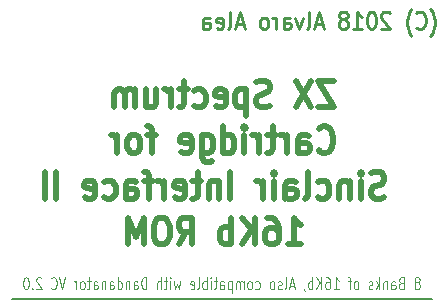
<source format=gbr>
G04 #@! TF.GenerationSoftware,KiCad,Pcbnew,5.0.0-rc2-be01b52~65~ubuntu18.04.1*
G04 #@! TF.CreationDate,2018-06-11T23:06:02+04:00*
G04 #@! TF.ProjectId,interface2_cartridge,696E74657266616365325F6361727472,rev?*
G04 #@! TF.SameCoordinates,Original*
G04 #@! TF.FileFunction,Legend,Bot*
G04 #@! TF.FilePolarity,Positive*
%FSLAX46Y46*%
G04 Gerber Fmt 4.6, Leading zero omitted, Abs format (unit mm)*
G04 Created by KiCad (PCBNEW 5.0.0-rc2-be01b52~65~ubuntu18.04.1) date Mon Jun 11 23:06:02 2018*
%MOMM*%
%LPD*%
G01*
G04 APERTURE LIST*
%ADD10C,0.100000*%
%ADD11C,0.250000*%
%ADD12C,0.150000*%
%ADD13C,0.500000*%
G04 APERTURE END LIST*
D10*
X148705000Y-73540952D02*
X148776428Y-73493333D01*
X148812142Y-73445714D01*
X148847857Y-73350476D01*
X148847857Y-73302857D01*
X148812142Y-73207619D01*
X148776428Y-73160000D01*
X148705000Y-73112380D01*
X148562142Y-73112380D01*
X148490714Y-73160000D01*
X148455000Y-73207619D01*
X148419285Y-73302857D01*
X148419285Y-73350476D01*
X148455000Y-73445714D01*
X148490714Y-73493333D01*
X148562142Y-73540952D01*
X148705000Y-73540952D01*
X148776428Y-73588571D01*
X148812142Y-73636190D01*
X148847857Y-73731428D01*
X148847857Y-73921904D01*
X148812142Y-74017142D01*
X148776428Y-74064761D01*
X148705000Y-74112380D01*
X148562142Y-74112380D01*
X148490714Y-74064761D01*
X148455000Y-74017142D01*
X148419285Y-73921904D01*
X148419285Y-73731428D01*
X148455000Y-73636190D01*
X148490714Y-73588571D01*
X148562142Y-73540952D01*
X147276428Y-73588571D02*
X147169285Y-73636190D01*
X147133571Y-73683809D01*
X147097857Y-73779047D01*
X147097857Y-73921904D01*
X147133571Y-74017142D01*
X147169285Y-74064761D01*
X147240714Y-74112380D01*
X147526428Y-74112380D01*
X147526428Y-73112380D01*
X147276428Y-73112380D01*
X147205000Y-73160000D01*
X147169285Y-73207619D01*
X147133571Y-73302857D01*
X147133571Y-73398095D01*
X147169285Y-73493333D01*
X147205000Y-73540952D01*
X147276428Y-73588571D01*
X147526428Y-73588571D01*
X146455000Y-74112380D02*
X146455000Y-73588571D01*
X146490714Y-73493333D01*
X146562142Y-73445714D01*
X146705000Y-73445714D01*
X146776428Y-73493333D01*
X146455000Y-74064761D02*
X146526428Y-74112380D01*
X146705000Y-74112380D01*
X146776428Y-74064761D01*
X146812142Y-73969523D01*
X146812142Y-73874285D01*
X146776428Y-73779047D01*
X146705000Y-73731428D01*
X146526428Y-73731428D01*
X146455000Y-73683809D01*
X146097857Y-73445714D02*
X146097857Y-74112380D01*
X146097857Y-73540952D02*
X146062142Y-73493333D01*
X145990714Y-73445714D01*
X145883571Y-73445714D01*
X145812142Y-73493333D01*
X145776428Y-73588571D01*
X145776428Y-74112380D01*
X145419285Y-74112380D02*
X145419285Y-73112380D01*
X145347857Y-73731428D02*
X145133571Y-74112380D01*
X145133571Y-73445714D02*
X145419285Y-73826666D01*
X144847857Y-74064761D02*
X144776428Y-74112380D01*
X144633571Y-74112380D01*
X144562142Y-74064761D01*
X144526428Y-73969523D01*
X144526428Y-73921904D01*
X144562142Y-73826666D01*
X144633571Y-73779047D01*
X144740714Y-73779047D01*
X144812142Y-73731428D01*
X144847857Y-73636190D01*
X144847857Y-73588571D01*
X144812142Y-73493333D01*
X144740714Y-73445714D01*
X144633571Y-73445714D01*
X144562142Y-73493333D01*
X143526428Y-74112380D02*
X143597857Y-74064761D01*
X143633571Y-74017142D01*
X143669285Y-73921904D01*
X143669285Y-73636190D01*
X143633571Y-73540952D01*
X143597857Y-73493333D01*
X143526428Y-73445714D01*
X143419285Y-73445714D01*
X143347857Y-73493333D01*
X143312142Y-73540952D01*
X143276428Y-73636190D01*
X143276428Y-73921904D01*
X143312142Y-74017142D01*
X143347857Y-74064761D01*
X143419285Y-74112380D01*
X143526428Y-74112380D01*
X143062142Y-73445714D02*
X142776428Y-73445714D01*
X142955000Y-74112380D02*
X142955000Y-73255238D01*
X142919285Y-73160000D01*
X142847857Y-73112380D01*
X142776428Y-73112380D01*
X141562142Y-74112380D02*
X141990714Y-74112380D01*
X141776428Y-74112380D02*
X141776428Y-73112380D01*
X141847857Y-73255238D01*
X141919285Y-73350476D01*
X141990714Y-73398095D01*
X140919285Y-73112380D02*
X141062142Y-73112380D01*
X141133571Y-73160000D01*
X141169285Y-73207619D01*
X141240714Y-73350476D01*
X141276428Y-73540952D01*
X141276428Y-73921904D01*
X141240714Y-74017142D01*
X141205000Y-74064761D01*
X141133571Y-74112380D01*
X140990714Y-74112380D01*
X140919285Y-74064761D01*
X140883571Y-74017142D01*
X140847857Y-73921904D01*
X140847857Y-73683809D01*
X140883571Y-73588571D01*
X140919285Y-73540952D01*
X140990714Y-73493333D01*
X141133571Y-73493333D01*
X141205000Y-73540952D01*
X141240714Y-73588571D01*
X141276428Y-73683809D01*
X140526428Y-74112380D02*
X140526428Y-73112380D01*
X140097857Y-74112380D02*
X140419285Y-73540952D01*
X140097857Y-73112380D02*
X140526428Y-73683809D01*
X139776428Y-74112380D02*
X139776428Y-73112380D01*
X139776428Y-73493333D02*
X139705000Y-73445714D01*
X139562142Y-73445714D01*
X139490714Y-73493333D01*
X139455000Y-73540952D01*
X139419285Y-73636190D01*
X139419285Y-73921904D01*
X139455000Y-74017142D01*
X139490714Y-74064761D01*
X139562142Y-74112380D01*
X139705000Y-74112380D01*
X139776428Y-74064761D01*
X139062142Y-74064761D02*
X139062142Y-74112380D01*
X139097857Y-74207619D01*
X139133571Y-74255238D01*
X138205000Y-73826666D02*
X137847857Y-73826666D01*
X138276428Y-74112380D02*
X138026428Y-73112380D01*
X137776428Y-74112380D01*
X137419285Y-74112380D02*
X137490714Y-74064761D01*
X137526428Y-73969523D01*
X137526428Y-73112380D01*
X137169285Y-74064761D02*
X137097857Y-74112380D01*
X136955000Y-74112380D01*
X136883571Y-74064761D01*
X136847857Y-73969523D01*
X136847857Y-73921904D01*
X136883571Y-73826666D01*
X136955000Y-73779047D01*
X137062142Y-73779047D01*
X137133571Y-73731428D01*
X137169285Y-73636190D01*
X137169285Y-73588571D01*
X137133571Y-73493333D01*
X137062142Y-73445714D01*
X136955000Y-73445714D01*
X136883571Y-73493333D01*
X136419285Y-74112380D02*
X136490714Y-74064761D01*
X136526428Y-74017142D01*
X136562142Y-73921904D01*
X136562142Y-73636190D01*
X136526428Y-73540952D01*
X136490714Y-73493333D01*
X136419285Y-73445714D01*
X136312142Y-73445714D01*
X136240714Y-73493333D01*
X136205000Y-73540952D01*
X136169285Y-73636190D01*
X136169285Y-73921904D01*
X136205000Y-74017142D01*
X136240714Y-74064761D01*
X136312142Y-74112380D01*
X136419285Y-74112380D01*
X134955000Y-74064761D02*
X135026428Y-74112380D01*
X135169285Y-74112380D01*
X135240714Y-74064761D01*
X135276428Y-74017142D01*
X135312142Y-73921904D01*
X135312142Y-73636190D01*
X135276428Y-73540952D01*
X135240714Y-73493333D01*
X135169285Y-73445714D01*
X135026428Y-73445714D01*
X134955000Y-73493333D01*
X134526428Y-74112380D02*
X134597857Y-74064761D01*
X134633571Y-74017142D01*
X134669285Y-73921904D01*
X134669285Y-73636190D01*
X134633571Y-73540952D01*
X134597857Y-73493333D01*
X134526428Y-73445714D01*
X134419285Y-73445714D01*
X134347857Y-73493333D01*
X134312142Y-73540952D01*
X134276428Y-73636190D01*
X134276428Y-73921904D01*
X134312142Y-74017142D01*
X134347857Y-74064761D01*
X134419285Y-74112380D01*
X134526428Y-74112380D01*
X133955000Y-74112380D02*
X133955000Y-73445714D01*
X133955000Y-73540952D02*
X133919285Y-73493333D01*
X133847857Y-73445714D01*
X133740714Y-73445714D01*
X133669285Y-73493333D01*
X133633571Y-73588571D01*
X133633571Y-74112380D01*
X133633571Y-73588571D02*
X133597857Y-73493333D01*
X133526428Y-73445714D01*
X133419285Y-73445714D01*
X133347857Y-73493333D01*
X133312142Y-73588571D01*
X133312142Y-74112380D01*
X132955000Y-73445714D02*
X132955000Y-74445714D01*
X132955000Y-73493333D02*
X132883571Y-73445714D01*
X132740714Y-73445714D01*
X132669285Y-73493333D01*
X132633571Y-73540952D01*
X132597857Y-73636190D01*
X132597857Y-73921904D01*
X132633571Y-74017142D01*
X132669285Y-74064761D01*
X132740714Y-74112380D01*
X132883571Y-74112380D01*
X132955000Y-74064761D01*
X131955000Y-74112380D02*
X131955000Y-73588571D01*
X131990714Y-73493333D01*
X132062142Y-73445714D01*
X132205000Y-73445714D01*
X132276428Y-73493333D01*
X131955000Y-74064761D02*
X132026428Y-74112380D01*
X132205000Y-74112380D01*
X132276428Y-74064761D01*
X132312142Y-73969523D01*
X132312142Y-73874285D01*
X132276428Y-73779047D01*
X132205000Y-73731428D01*
X132026428Y-73731428D01*
X131955000Y-73683809D01*
X131705000Y-73445714D02*
X131419285Y-73445714D01*
X131597857Y-73112380D02*
X131597857Y-73969523D01*
X131562142Y-74064761D01*
X131490714Y-74112380D01*
X131419285Y-74112380D01*
X131169285Y-74112380D02*
X131169285Y-73445714D01*
X131169285Y-73112380D02*
X131204999Y-73160000D01*
X131169285Y-73207619D01*
X131133571Y-73160000D01*
X131169285Y-73112380D01*
X131169285Y-73207619D01*
X130812142Y-74112380D02*
X130812142Y-73112380D01*
X130812142Y-73493333D02*
X130740714Y-73445714D01*
X130597857Y-73445714D01*
X130526428Y-73493333D01*
X130490714Y-73540952D01*
X130455000Y-73636190D01*
X130455000Y-73921904D01*
X130490714Y-74017142D01*
X130526428Y-74064761D01*
X130597857Y-74112380D01*
X130740714Y-74112380D01*
X130812142Y-74064761D01*
X130026428Y-74112380D02*
X130097857Y-74064761D01*
X130133571Y-73969523D01*
X130133571Y-73112380D01*
X129454999Y-74064761D02*
X129526428Y-74112380D01*
X129669285Y-74112380D01*
X129740714Y-74064761D01*
X129776428Y-73969523D01*
X129776428Y-73588571D01*
X129740714Y-73493333D01*
X129669285Y-73445714D01*
X129526428Y-73445714D01*
X129454999Y-73493333D01*
X129419285Y-73588571D01*
X129419285Y-73683809D01*
X129776428Y-73779047D01*
X128597857Y-73445714D02*
X128454999Y-74112380D01*
X128312142Y-73636190D01*
X128169285Y-74112380D01*
X128026428Y-73445714D01*
X127740714Y-74112380D02*
X127740714Y-73445714D01*
X127740714Y-73112380D02*
X127776428Y-73160000D01*
X127740714Y-73207619D01*
X127704999Y-73160000D01*
X127740714Y-73112380D01*
X127740714Y-73207619D01*
X127490714Y-73445714D02*
X127205000Y-73445714D01*
X127383571Y-73112380D02*
X127383571Y-73969523D01*
X127347857Y-74064761D01*
X127276428Y-74112380D01*
X127205000Y-74112380D01*
X126954999Y-74112380D02*
X126954999Y-73112380D01*
X126633571Y-74112380D02*
X126633571Y-73588571D01*
X126669285Y-73493333D01*
X126740714Y-73445714D01*
X126847857Y-73445714D01*
X126919285Y-73493333D01*
X126954999Y-73540952D01*
X125704999Y-74112380D02*
X125704999Y-73112380D01*
X125526428Y-73112380D01*
X125419285Y-73160000D01*
X125347857Y-73255238D01*
X125312142Y-73350476D01*
X125276428Y-73540952D01*
X125276428Y-73683809D01*
X125312142Y-73874285D01*
X125347857Y-73969523D01*
X125419285Y-74064761D01*
X125526428Y-74112380D01*
X125704999Y-74112380D01*
X124633571Y-74112380D02*
X124633571Y-73588571D01*
X124669285Y-73493333D01*
X124740714Y-73445714D01*
X124883571Y-73445714D01*
X124954999Y-73493333D01*
X124633571Y-74064761D02*
X124704999Y-74112380D01*
X124883571Y-74112380D01*
X124954999Y-74064761D01*
X124990714Y-73969523D01*
X124990714Y-73874285D01*
X124954999Y-73779047D01*
X124883571Y-73731428D01*
X124704999Y-73731428D01*
X124633571Y-73683809D01*
X124276428Y-73445714D02*
X124276428Y-74112380D01*
X124276428Y-73540952D02*
X124240714Y-73493333D01*
X124169285Y-73445714D01*
X124062142Y-73445714D01*
X123990714Y-73493333D01*
X123954999Y-73588571D01*
X123954999Y-74112380D01*
X123276428Y-74112380D02*
X123276428Y-73112380D01*
X123276428Y-74064761D02*
X123347857Y-74112380D01*
X123490714Y-74112380D01*
X123562142Y-74064761D01*
X123597857Y-74017142D01*
X123633571Y-73921904D01*
X123633571Y-73636190D01*
X123597857Y-73540952D01*
X123562142Y-73493333D01*
X123490714Y-73445714D01*
X123347857Y-73445714D01*
X123276428Y-73493333D01*
X122597857Y-74112380D02*
X122597857Y-73588571D01*
X122633571Y-73493333D01*
X122704999Y-73445714D01*
X122847857Y-73445714D01*
X122919285Y-73493333D01*
X122597857Y-74064761D02*
X122669285Y-74112380D01*
X122847857Y-74112380D01*
X122919285Y-74064761D01*
X122954999Y-73969523D01*
X122954999Y-73874285D01*
X122919285Y-73779047D01*
X122847857Y-73731428D01*
X122669285Y-73731428D01*
X122597857Y-73683809D01*
X122240714Y-73445714D02*
X122240714Y-74112380D01*
X122240714Y-73540952D02*
X122204999Y-73493333D01*
X122133571Y-73445714D01*
X122026428Y-73445714D01*
X121954999Y-73493333D01*
X121919285Y-73588571D01*
X121919285Y-74112380D01*
X121240714Y-74112380D02*
X121240714Y-73588571D01*
X121276428Y-73493333D01*
X121347857Y-73445714D01*
X121490714Y-73445714D01*
X121562142Y-73493333D01*
X121240714Y-74064761D02*
X121312142Y-74112380D01*
X121490714Y-74112380D01*
X121562142Y-74064761D01*
X121597857Y-73969523D01*
X121597857Y-73874285D01*
X121562142Y-73779047D01*
X121490714Y-73731428D01*
X121312142Y-73731428D01*
X121240714Y-73683809D01*
X120990714Y-73445714D02*
X120704999Y-73445714D01*
X120883571Y-73112380D02*
X120883571Y-73969523D01*
X120847857Y-74064761D01*
X120776428Y-74112380D01*
X120704999Y-74112380D01*
X120347857Y-74112380D02*
X120419285Y-74064761D01*
X120455000Y-74017142D01*
X120490714Y-73921904D01*
X120490714Y-73636190D01*
X120455000Y-73540952D01*
X120419285Y-73493333D01*
X120347857Y-73445714D01*
X120240714Y-73445714D01*
X120169285Y-73493333D01*
X120133571Y-73540952D01*
X120097857Y-73636190D01*
X120097857Y-73921904D01*
X120133571Y-74017142D01*
X120169285Y-74064761D01*
X120240714Y-74112380D01*
X120347857Y-74112380D01*
X119776428Y-74112380D02*
X119776428Y-73445714D01*
X119776428Y-73636190D02*
X119740714Y-73540952D01*
X119705000Y-73493333D01*
X119633571Y-73445714D01*
X119562142Y-73445714D01*
X118847857Y-73112380D02*
X118597857Y-74112380D01*
X118347857Y-73112380D01*
X117669285Y-74017142D02*
X117705000Y-74064761D01*
X117812142Y-74112380D01*
X117883571Y-74112380D01*
X117990714Y-74064761D01*
X118062142Y-73969523D01*
X118097857Y-73874285D01*
X118133571Y-73683809D01*
X118133571Y-73540952D01*
X118097857Y-73350476D01*
X118062142Y-73255238D01*
X117990714Y-73160000D01*
X117883571Y-73112380D01*
X117812142Y-73112380D01*
X117705000Y-73160000D01*
X117669285Y-73207619D01*
X116812142Y-73207619D02*
X116776428Y-73160000D01*
X116705000Y-73112380D01*
X116526428Y-73112380D01*
X116455000Y-73160000D01*
X116419285Y-73207619D01*
X116383571Y-73302857D01*
X116383571Y-73398095D01*
X116419285Y-73540952D01*
X116847857Y-74112380D01*
X116383571Y-74112380D01*
X116062142Y-74017142D02*
X116026428Y-74064761D01*
X116062142Y-74112380D01*
X116097857Y-74064761D01*
X116062142Y-74017142D01*
X116062142Y-74112380D01*
X115562142Y-73112380D02*
X115490714Y-73112380D01*
X115419285Y-73160000D01*
X115383571Y-73207619D01*
X115347857Y-73302857D01*
X115312142Y-73493333D01*
X115312142Y-73731428D01*
X115347857Y-73921904D01*
X115383571Y-74017142D01*
X115419285Y-74064761D01*
X115490714Y-74112380D01*
X115562142Y-74112380D01*
X115633571Y-74064761D01*
X115669285Y-74017142D01*
X115705000Y-73921904D01*
X115740714Y-73731428D01*
X115740714Y-73493333D01*
X115705000Y-73302857D01*
X115669285Y-73207619D01*
X115633571Y-73160000D01*
X115562142Y-73112380D01*
D11*
X149769523Y-52685000D02*
X149829047Y-52613571D01*
X149948095Y-52399285D01*
X150007619Y-52256428D01*
X150067142Y-52042142D01*
X150126666Y-51685000D01*
X150126666Y-51399285D01*
X150067142Y-51042142D01*
X150007619Y-50827857D01*
X149948095Y-50685000D01*
X149829047Y-50470714D01*
X149769523Y-50399285D01*
X148579047Y-51970714D02*
X148638571Y-52042142D01*
X148817142Y-52113571D01*
X148936190Y-52113571D01*
X149114761Y-52042142D01*
X149233809Y-51899285D01*
X149293333Y-51756428D01*
X149352857Y-51470714D01*
X149352857Y-51256428D01*
X149293333Y-50970714D01*
X149233809Y-50827857D01*
X149114761Y-50685000D01*
X148936190Y-50613571D01*
X148817142Y-50613571D01*
X148638571Y-50685000D01*
X148579047Y-50756428D01*
X148162380Y-52685000D02*
X148102857Y-52613571D01*
X147983809Y-52399285D01*
X147924285Y-52256428D01*
X147864761Y-52042142D01*
X147805238Y-51685000D01*
X147805238Y-51399285D01*
X147864761Y-51042142D01*
X147924285Y-50827857D01*
X147983809Y-50685000D01*
X148102857Y-50470714D01*
X148162380Y-50399285D01*
X146317142Y-50756428D02*
X146257619Y-50685000D01*
X146138571Y-50613571D01*
X145840952Y-50613571D01*
X145721904Y-50685000D01*
X145662380Y-50756428D01*
X145602857Y-50899285D01*
X145602857Y-51042142D01*
X145662380Y-51256428D01*
X146376666Y-52113571D01*
X145602857Y-52113571D01*
X144829047Y-50613571D02*
X144710000Y-50613571D01*
X144590952Y-50685000D01*
X144531428Y-50756428D01*
X144471904Y-50899285D01*
X144412380Y-51185000D01*
X144412380Y-51542142D01*
X144471904Y-51827857D01*
X144531428Y-51970714D01*
X144590952Y-52042142D01*
X144710000Y-52113571D01*
X144829047Y-52113571D01*
X144948095Y-52042142D01*
X145007619Y-51970714D01*
X145067142Y-51827857D01*
X145126666Y-51542142D01*
X145126666Y-51185000D01*
X145067142Y-50899285D01*
X145007619Y-50756428D01*
X144948095Y-50685000D01*
X144829047Y-50613571D01*
X143221904Y-52113571D02*
X143936190Y-52113571D01*
X143579047Y-52113571D02*
X143579047Y-50613571D01*
X143698095Y-50827857D01*
X143817142Y-50970714D01*
X143936190Y-51042142D01*
X142507619Y-51256428D02*
X142626666Y-51185000D01*
X142686190Y-51113571D01*
X142745714Y-50970714D01*
X142745714Y-50899285D01*
X142686190Y-50756428D01*
X142626666Y-50685000D01*
X142507619Y-50613571D01*
X142269523Y-50613571D01*
X142150476Y-50685000D01*
X142090952Y-50756428D01*
X142031428Y-50899285D01*
X142031428Y-50970714D01*
X142090952Y-51113571D01*
X142150476Y-51185000D01*
X142269523Y-51256428D01*
X142507619Y-51256428D01*
X142626666Y-51327857D01*
X142686190Y-51399285D01*
X142745714Y-51542142D01*
X142745714Y-51827857D01*
X142686190Y-51970714D01*
X142626666Y-52042142D01*
X142507619Y-52113571D01*
X142269523Y-52113571D01*
X142150476Y-52042142D01*
X142090952Y-51970714D01*
X142031428Y-51827857D01*
X142031428Y-51542142D01*
X142090952Y-51399285D01*
X142150476Y-51327857D01*
X142269523Y-51256428D01*
X140602857Y-51685000D02*
X140007619Y-51685000D01*
X140721904Y-52113571D02*
X140305238Y-50613571D01*
X139888571Y-52113571D01*
X139293333Y-52113571D02*
X139412380Y-52042142D01*
X139471904Y-51899285D01*
X139471904Y-50613571D01*
X138936190Y-51113571D02*
X138638571Y-52113571D01*
X138340952Y-51113571D01*
X137329047Y-52113571D02*
X137329047Y-51327857D01*
X137388571Y-51185000D01*
X137507619Y-51113571D01*
X137745714Y-51113571D01*
X137864761Y-51185000D01*
X137329047Y-52042142D02*
X137448095Y-52113571D01*
X137745714Y-52113571D01*
X137864761Y-52042142D01*
X137924285Y-51899285D01*
X137924285Y-51756428D01*
X137864761Y-51613571D01*
X137745714Y-51542142D01*
X137448095Y-51542142D01*
X137329047Y-51470714D01*
X136733809Y-52113571D02*
X136733809Y-51113571D01*
X136733809Y-51399285D02*
X136674285Y-51256428D01*
X136614761Y-51185000D01*
X136495714Y-51113571D01*
X136376666Y-51113571D01*
X135781428Y-52113571D02*
X135900476Y-52042142D01*
X135960000Y-51970714D01*
X136019523Y-51827857D01*
X136019523Y-51399285D01*
X135960000Y-51256428D01*
X135900476Y-51185000D01*
X135781428Y-51113571D01*
X135602857Y-51113571D01*
X135483809Y-51185000D01*
X135424285Y-51256428D01*
X135364761Y-51399285D01*
X135364761Y-51827857D01*
X135424285Y-51970714D01*
X135483809Y-52042142D01*
X135602857Y-52113571D01*
X135781428Y-52113571D01*
X133936190Y-51685000D02*
X133340952Y-51685000D01*
X134055238Y-52113571D02*
X133638571Y-50613571D01*
X133221904Y-52113571D01*
X132626666Y-52113571D02*
X132745714Y-52042142D01*
X132805238Y-51899285D01*
X132805238Y-50613571D01*
X131674285Y-52042142D02*
X131793333Y-52113571D01*
X132031428Y-52113571D01*
X132150476Y-52042142D01*
X132210000Y-51899285D01*
X132210000Y-51327857D01*
X132150476Y-51185000D01*
X132031428Y-51113571D01*
X131793333Y-51113571D01*
X131674285Y-51185000D01*
X131614761Y-51327857D01*
X131614761Y-51470714D01*
X132210000Y-51613571D01*
X130543333Y-52113571D02*
X130543333Y-51327857D01*
X130602857Y-51185000D01*
X130721904Y-51113571D01*
X130960000Y-51113571D01*
X131079047Y-51185000D01*
X130543333Y-52042142D02*
X130662380Y-52113571D01*
X130960000Y-52113571D01*
X131079047Y-52042142D01*
X131138571Y-51899285D01*
X131138571Y-51756428D01*
X131079047Y-51613571D01*
X130960000Y-51542142D01*
X130662380Y-51542142D01*
X130543333Y-51470714D01*
D12*
X114300000Y-74930000D02*
X149860000Y-74930000D01*
D13*
X141587857Y-56455357D02*
X140254523Y-56455357D01*
X141587857Y-58705357D01*
X140254523Y-58705357D01*
X139683095Y-56455357D02*
X138349761Y-58705357D01*
X138349761Y-56455357D02*
X139683095Y-58705357D01*
X136159285Y-58598214D02*
X135873571Y-58705357D01*
X135397380Y-58705357D01*
X135206904Y-58598214D01*
X135111666Y-58491071D01*
X135016428Y-58276785D01*
X135016428Y-58062500D01*
X135111666Y-57848214D01*
X135206904Y-57741071D01*
X135397380Y-57633928D01*
X135778333Y-57526785D01*
X135968809Y-57419642D01*
X136064047Y-57312500D01*
X136159285Y-57098214D01*
X136159285Y-56883928D01*
X136064047Y-56669642D01*
X135968809Y-56562500D01*
X135778333Y-56455357D01*
X135302142Y-56455357D01*
X135016428Y-56562500D01*
X134159285Y-57205357D02*
X134159285Y-59455357D01*
X134159285Y-57312500D02*
X133968809Y-57205357D01*
X133587857Y-57205357D01*
X133397380Y-57312500D01*
X133302142Y-57419642D01*
X133206904Y-57633928D01*
X133206904Y-58276785D01*
X133302142Y-58491071D01*
X133397380Y-58598214D01*
X133587857Y-58705357D01*
X133968809Y-58705357D01*
X134159285Y-58598214D01*
X131587857Y-58598214D02*
X131778333Y-58705357D01*
X132159285Y-58705357D01*
X132349761Y-58598214D01*
X132445000Y-58383928D01*
X132445000Y-57526785D01*
X132349761Y-57312500D01*
X132159285Y-57205357D01*
X131778333Y-57205357D01*
X131587857Y-57312500D01*
X131492619Y-57526785D01*
X131492619Y-57741071D01*
X132445000Y-57955357D01*
X129778333Y-58598214D02*
X129968809Y-58705357D01*
X130349761Y-58705357D01*
X130540238Y-58598214D01*
X130635476Y-58491071D01*
X130730714Y-58276785D01*
X130730714Y-57633928D01*
X130635476Y-57419642D01*
X130540238Y-57312500D01*
X130349761Y-57205357D01*
X129968809Y-57205357D01*
X129778333Y-57312500D01*
X129206904Y-57205357D02*
X128445000Y-57205357D01*
X128921190Y-56455357D02*
X128921190Y-58383928D01*
X128825952Y-58598214D01*
X128635476Y-58705357D01*
X128445000Y-58705357D01*
X127778333Y-58705357D02*
X127778333Y-57205357D01*
X127778333Y-57633928D02*
X127683095Y-57419642D01*
X127587857Y-57312500D01*
X127397380Y-57205357D01*
X127206904Y-57205357D01*
X125683095Y-57205357D02*
X125683095Y-58705357D01*
X126540238Y-57205357D02*
X126540238Y-58383928D01*
X126445000Y-58598214D01*
X126254523Y-58705357D01*
X125968809Y-58705357D01*
X125778333Y-58598214D01*
X125683095Y-58491071D01*
X124730714Y-58705357D02*
X124730714Y-57205357D01*
X124730714Y-57419642D02*
X124635476Y-57312500D01*
X124445000Y-57205357D01*
X124159285Y-57205357D01*
X123968809Y-57312500D01*
X123873571Y-57526785D01*
X123873571Y-58705357D01*
X123873571Y-57526785D02*
X123778333Y-57312500D01*
X123587857Y-57205357D01*
X123302142Y-57205357D01*
X123111666Y-57312500D01*
X123016428Y-57526785D01*
X123016428Y-58705357D01*
X140302142Y-62366071D02*
X140397380Y-62473214D01*
X140683095Y-62580357D01*
X140873571Y-62580357D01*
X141159285Y-62473214D01*
X141349761Y-62258928D01*
X141445000Y-62044642D01*
X141540238Y-61616071D01*
X141540238Y-61294642D01*
X141445000Y-60866071D01*
X141349761Y-60651785D01*
X141159285Y-60437500D01*
X140873571Y-60330357D01*
X140683095Y-60330357D01*
X140397380Y-60437500D01*
X140302142Y-60544642D01*
X138587857Y-62580357D02*
X138587857Y-61401785D01*
X138683095Y-61187500D01*
X138873571Y-61080357D01*
X139254523Y-61080357D01*
X139445000Y-61187500D01*
X138587857Y-62473214D02*
X138778333Y-62580357D01*
X139254523Y-62580357D01*
X139445000Y-62473214D01*
X139540238Y-62258928D01*
X139540238Y-62044642D01*
X139445000Y-61830357D01*
X139254523Y-61723214D01*
X138778333Y-61723214D01*
X138587857Y-61616071D01*
X137635476Y-62580357D02*
X137635476Y-61080357D01*
X137635476Y-61508928D02*
X137540238Y-61294642D01*
X137445000Y-61187500D01*
X137254523Y-61080357D01*
X137064047Y-61080357D01*
X136683095Y-61080357D02*
X135921190Y-61080357D01*
X136397380Y-60330357D02*
X136397380Y-62258928D01*
X136302142Y-62473214D01*
X136111666Y-62580357D01*
X135921190Y-62580357D01*
X135254523Y-62580357D02*
X135254523Y-61080357D01*
X135254523Y-61508928D02*
X135159285Y-61294642D01*
X135064047Y-61187500D01*
X134873571Y-61080357D01*
X134683095Y-61080357D01*
X134016428Y-62580357D02*
X134016428Y-61080357D01*
X134016428Y-60330357D02*
X134111666Y-60437500D01*
X134016428Y-60544642D01*
X133921190Y-60437500D01*
X134016428Y-60330357D01*
X134016428Y-60544642D01*
X132206904Y-62580357D02*
X132206904Y-60330357D01*
X132206904Y-62473214D02*
X132397380Y-62580357D01*
X132778333Y-62580357D01*
X132968809Y-62473214D01*
X133064047Y-62366071D01*
X133159285Y-62151785D01*
X133159285Y-61508928D01*
X133064047Y-61294642D01*
X132968809Y-61187500D01*
X132778333Y-61080357D01*
X132397380Y-61080357D01*
X132206904Y-61187500D01*
X130397380Y-61080357D02*
X130397380Y-62901785D01*
X130492619Y-63116071D01*
X130587857Y-63223214D01*
X130778333Y-63330357D01*
X131064047Y-63330357D01*
X131254523Y-63223214D01*
X130397380Y-62473214D02*
X130587857Y-62580357D01*
X130968809Y-62580357D01*
X131159285Y-62473214D01*
X131254523Y-62366071D01*
X131349761Y-62151785D01*
X131349761Y-61508928D01*
X131254523Y-61294642D01*
X131159285Y-61187500D01*
X130968809Y-61080357D01*
X130587857Y-61080357D01*
X130397380Y-61187500D01*
X128683095Y-62473214D02*
X128873571Y-62580357D01*
X129254523Y-62580357D01*
X129445000Y-62473214D01*
X129540238Y-62258928D01*
X129540238Y-61401785D01*
X129445000Y-61187500D01*
X129254523Y-61080357D01*
X128873571Y-61080357D01*
X128683095Y-61187500D01*
X128587857Y-61401785D01*
X128587857Y-61616071D01*
X129540238Y-61830357D01*
X126492619Y-61080357D02*
X125730714Y-61080357D01*
X126206904Y-62580357D02*
X126206904Y-60651785D01*
X126111666Y-60437500D01*
X125921190Y-60330357D01*
X125730714Y-60330357D01*
X124778333Y-62580357D02*
X124968809Y-62473214D01*
X125064047Y-62366071D01*
X125159285Y-62151785D01*
X125159285Y-61508928D01*
X125064047Y-61294642D01*
X124968809Y-61187500D01*
X124778333Y-61080357D01*
X124492619Y-61080357D01*
X124302142Y-61187500D01*
X124206904Y-61294642D01*
X124111666Y-61508928D01*
X124111666Y-62151785D01*
X124206904Y-62366071D01*
X124302142Y-62473214D01*
X124492619Y-62580357D01*
X124778333Y-62580357D01*
X123254523Y-62580357D02*
X123254523Y-61080357D01*
X123254523Y-61508928D02*
X123159285Y-61294642D01*
X123064047Y-61187500D01*
X122873571Y-61080357D01*
X122683095Y-61080357D01*
X145873571Y-66348214D02*
X145587857Y-66455357D01*
X145111666Y-66455357D01*
X144921190Y-66348214D01*
X144825952Y-66241071D01*
X144730714Y-66026785D01*
X144730714Y-65812500D01*
X144825952Y-65598214D01*
X144921190Y-65491071D01*
X145111666Y-65383928D01*
X145492619Y-65276785D01*
X145683095Y-65169642D01*
X145778333Y-65062500D01*
X145873571Y-64848214D01*
X145873571Y-64633928D01*
X145778333Y-64419642D01*
X145683095Y-64312500D01*
X145492619Y-64205357D01*
X145016428Y-64205357D01*
X144730714Y-64312500D01*
X143873571Y-66455357D02*
X143873571Y-64955357D01*
X143873571Y-64205357D02*
X143968809Y-64312500D01*
X143873571Y-64419642D01*
X143778333Y-64312500D01*
X143873571Y-64205357D01*
X143873571Y-64419642D01*
X142921190Y-64955357D02*
X142921190Y-66455357D01*
X142921190Y-65169642D02*
X142825952Y-65062500D01*
X142635476Y-64955357D01*
X142349761Y-64955357D01*
X142159285Y-65062500D01*
X142064047Y-65276785D01*
X142064047Y-66455357D01*
X140254523Y-66348214D02*
X140445000Y-66455357D01*
X140825952Y-66455357D01*
X141016428Y-66348214D01*
X141111666Y-66241071D01*
X141206904Y-66026785D01*
X141206904Y-65383928D01*
X141111666Y-65169642D01*
X141016428Y-65062500D01*
X140825952Y-64955357D01*
X140445000Y-64955357D01*
X140254523Y-65062500D01*
X139111666Y-66455357D02*
X139302142Y-66348214D01*
X139397380Y-66133928D01*
X139397380Y-64205357D01*
X137492619Y-66455357D02*
X137492619Y-65276785D01*
X137587857Y-65062500D01*
X137778333Y-64955357D01*
X138159285Y-64955357D01*
X138349761Y-65062500D01*
X137492619Y-66348214D02*
X137683095Y-66455357D01*
X138159285Y-66455357D01*
X138349761Y-66348214D01*
X138445000Y-66133928D01*
X138445000Y-65919642D01*
X138349761Y-65705357D01*
X138159285Y-65598214D01*
X137683095Y-65598214D01*
X137492619Y-65491071D01*
X136540238Y-66455357D02*
X136540238Y-64955357D01*
X136540238Y-64205357D02*
X136635476Y-64312500D01*
X136540238Y-64419642D01*
X136445000Y-64312500D01*
X136540238Y-64205357D01*
X136540238Y-64419642D01*
X135587857Y-66455357D02*
X135587857Y-64955357D01*
X135587857Y-65383928D02*
X135492619Y-65169642D01*
X135397380Y-65062500D01*
X135206904Y-64955357D01*
X135016428Y-64955357D01*
X132825952Y-66455357D02*
X132825952Y-64205357D01*
X131873571Y-64955357D02*
X131873571Y-66455357D01*
X131873571Y-65169642D02*
X131778333Y-65062500D01*
X131587857Y-64955357D01*
X131302142Y-64955357D01*
X131111666Y-65062500D01*
X131016428Y-65276785D01*
X131016428Y-66455357D01*
X130349761Y-64955357D02*
X129587857Y-64955357D01*
X130064047Y-64205357D02*
X130064047Y-66133928D01*
X129968809Y-66348214D01*
X129778333Y-66455357D01*
X129587857Y-66455357D01*
X128159285Y-66348214D02*
X128349761Y-66455357D01*
X128730714Y-66455357D01*
X128921190Y-66348214D01*
X129016428Y-66133928D01*
X129016428Y-65276785D01*
X128921190Y-65062500D01*
X128730714Y-64955357D01*
X128349761Y-64955357D01*
X128159285Y-65062500D01*
X128064047Y-65276785D01*
X128064047Y-65491071D01*
X129016428Y-65705357D01*
X127206904Y-66455357D02*
X127206904Y-64955357D01*
X127206904Y-65383928D02*
X127111666Y-65169642D01*
X127016428Y-65062500D01*
X126825952Y-64955357D01*
X126635476Y-64955357D01*
X126254523Y-64955357D02*
X125492619Y-64955357D01*
X125968809Y-66455357D02*
X125968809Y-64526785D01*
X125873571Y-64312500D01*
X125683095Y-64205357D01*
X125492619Y-64205357D01*
X123968809Y-66455357D02*
X123968809Y-65276785D01*
X124064047Y-65062500D01*
X124254523Y-64955357D01*
X124635476Y-64955357D01*
X124825952Y-65062500D01*
X123968809Y-66348214D02*
X124159285Y-66455357D01*
X124635476Y-66455357D01*
X124825952Y-66348214D01*
X124921190Y-66133928D01*
X124921190Y-65919642D01*
X124825952Y-65705357D01*
X124635476Y-65598214D01*
X124159285Y-65598214D01*
X123968809Y-65491071D01*
X122159285Y-66348214D02*
X122349761Y-66455357D01*
X122730714Y-66455357D01*
X122921190Y-66348214D01*
X123016428Y-66241071D01*
X123111666Y-66026785D01*
X123111666Y-65383928D01*
X123016428Y-65169642D01*
X122921190Y-65062500D01*
X122730714Y-64955357D01*
X122349761Y-64955357D01*
X122159285Y-65062500D01*
X120540238Y-66348214D02*
X120730714Y-66455357D01*
X121111666Y-66455357D01*
X121302142Y-66348214D01*
X121397380Y-66133928D01*
X121397380Y-65276785D01*
X121302142Y-65062500D01*
X121111666Y-64955357D01*
X120730714Y-64955357D01*
X120540238Y-65062500D01*
X120445000Y-65276785D01*
X120445000Y-65491071D01*
X121397380Y-65705357D01*
X118064047Y-66455357D02*
X118064047Y-64205357D01*
X117111666Y-66455357D02*
X117111666Y-64205357D01*
X137683095Y-70330357D02*
X138825952Y-70330357D01*
X138254523Y-70330357D02*
X138254523Y-68080357D01*
X138445000Y-68401785D01*
X138635476Y-68616071D01*
X138825952Y-68723214D01*
X135968809Y-68080357D02*
X136349761Y-68080357D01*
X136540238Y-68187500D01*
X136635476Y-68294642D01*
X136825952Y-68616071D01*
X136921190Y-69044642D01*
X136921190Y-69901785D01*
X136825952Y-70116071D01*
X136730714Y-70223214D01*
X136540238Y-70330357D01*
X136159285Y-70330357D01*
X135968809Y-70223214D01*
X135873571Y-70116071D01*
X135778333Y-69901785D01*
X135778333Y-69366071D01*
X135873571Y-69151785D01*
X135968809Y-69044642D01*
X136159285Y-68937500D01*
X136540238Y-68937500D01*
X136730714Y-69044642D01*
X136825952Y-69151785D01*
X136921190Y-69366071D01*
X134921190Y-70330357D02*
X134921190Y-68080357D01*
X133778333Y-70330357D02*
X134635476Y-69044642D01*
X133778333Y-68080357D02*
X134921190Y-69366071D01*
X132921190Y-70330357D02*
X132921190Y-68080357D01*
X132921190Y-68937500D02*
X132730714Y-68830357D01*
X132349761Y-68830357D01*
X132159285Y-68937500D01*
X132064047Y-69044642D01*
X131968809Y-69258928D01*
X131968809Y-69901785D01*
X132064047Y-70116071D01*
X132159285Y-70223214D01*
X132349761Y-70330357D01*
X132730714Y-70330357D01*
X132921190Y-70223214D01*
X128445000Y-70330357D02*
X129111666Y-69258928D01*
X129587857Y-70330357D02*
X129587857Y-68080357D01*
X128825952Y-68080357D01*
X128635476Y-68187500D01*
X128540238Y-68294642D01*
X128445000Y-68508928D01*
X128445000Y-68830357D01*
X128540238Y-69044642D01*
X128635476Y-69151785D01*
X128825952Y-69258928D01*
X129587857Y-69258928D01*
X127206904Y-68080357D02*
X126825952Y-68080357D01*
X126635476Y-68187500D01*
X126445000Y-68401785D01*
X126349761Y-68830357D01*
X126349761Y-69580357D01*
X126445000Y-70008928D01*
X126635476Y-70223214D01*
X126825952Y-70330357D01*
X127206904Y-70330357D01*
X127397380Y-70223214D01*
X127587857Y-70008928D01*
X127683095Y-69580357D01*
X127683095Y-68830357D01*
X127587857Y-68401785D01*
X127397380Y-68187500D01*
X127206904Y-68080357D01*
X125492619Y-70330357D02*
X125492619Y-68080357D01*
X124825952Y-69687500D01*
X124159285Y-68080357D01*
X124159285Y-70330357D01*
M02*

</source>
